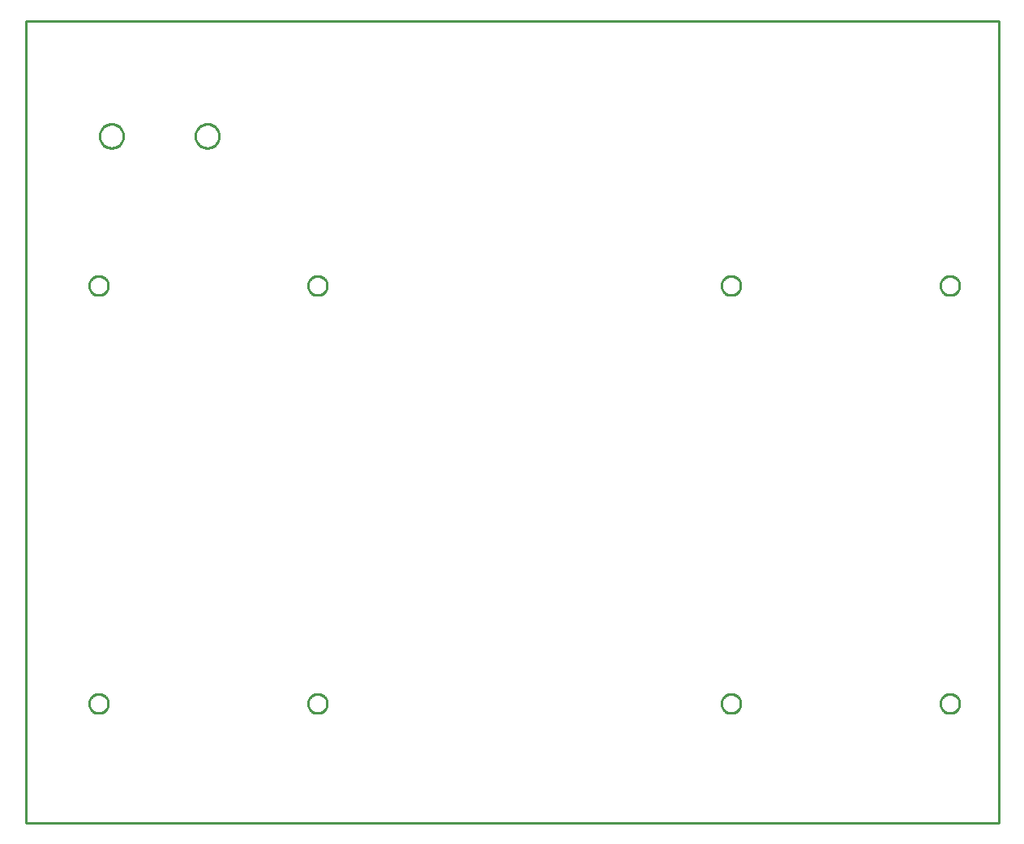
<source format=gbr>
G04 EAGLE Gerber RS-274X export*
G75*
%MOMM*%
%FSLAX34Y34*%
%LPD*%
%IN*%
%IPPOS*%
%AMOC8*
5,1,8,0,0,1.08239X$1,22.5*%
G01*
%ADD10C,0.254000*%


D10*
X0Y0D02*
X1016000Y0D01*
X1016000Y838200D01*
X0Y838200D01*
X0Y0D01*
X75763Y551340D02*
X74894Y551416D01*
X74034Y551568D01*
X73190Y551794D01*
X72370Y552092D01*
X71578Y552461D01*
X70822Y552898D01*
X70107Y553399D01*
X69438Y553960D01*
X68820Y554578D01*
X68259Y555247D01*
X67758Y555962D01*
X67321Y556718D01*
X66952Y557510D01*
X66654Y558330D01*
X66428Y559174D01*
X66276Y560034D01*
X66200Y560903D01*
X66200Y561777D01*
X66276Y562647D01*
X66428Y563506D01*
X66654Y564350D01*
X66952Y565170D01*
X67321Y565962D01*
X67758Y566718D01*
X68259Y567433D01*
X68820Y568102D01*
X69438Y568720D01*
X70107Y569281D01*
X70822Y569782D01*
X71578Y570219D01*
X72370Y570588D01*
X73190Y570886D01*
X74034Y571112D01*
X74894Y571264D01*
X75763Y571340D01*
X76637Y571340D01*
X77507Y571264D01*
X78366Y571112D01*
X79210Y570886D01*
X80030Y570588D01*
X80822Y570219D01*
X81578Y569782D01*
X82293Y569281D01*
X82962Y568720D01*
X83580Y568102D01*
X84141Y567433D01*
X84642Y566718D01*
X85079Y565962D01*
X85448Y565170D01*
X85746Y564350D01*
X85972Y563506D01*
X86124Y562647D01*
X86200Y561777D01*
X86200Y560903D01*
X86124Y560034D01*
X85972Y559174D01*
X85746Y558330D01*
X85448Y557510D01*
X85079Y556718D01*
X84642Y555962D01*
X84141Y555247D01*
X83580Y554578D01*
X82962Y553960D01*
X82293Y553399D01*
X81578Y552898D01*
X80822Y552461D01*
X80030Y552092D01*
X79210Y551794D01*
X78366Y551568D01*
X77507Y551416D01*
X76637Y551340D01*
X75763Y551340D01*
X75763Y114460D02*
X74894Y114536D01*
X74034Y114688D01*
X73190Y114914D01*
X72370Y115212D01*
X71578Y115581D01*
X70822Y116018D01*
X70107Y116519D01*
X69438Y117080D01*
X68820Y117698D01*
X68259Y118367D01*
X67758Y119082D01*
X67321Y119838D01*
X66952Y120630D01*
X66654Y121450D01*
X66428Y122294D01*
X66276Y123154D01*
X66200Y124023D01*
X66200Y124897D01*
X66276Y125767D01*
X66428Y126626D01*
X66654Y127470D01*
X66952Y128290D01*
X67321Y129082D01*
X67758Y129838D01*
X68259Y130553D01*
X68820Y131222D01*
X69438Y131840D01*
X70107Y132401D01*
X70822Y132902D01*
X71578Y133339D01*
X72370Y133708D01*
X73190Y134006D01*
X74034Y134232D01*
X74894Y134384D01*
X75763Y134460D01*
X76637Y134460D01*
X77507Y134384D01*
X78366Y134232D01*
X79210Y134006D01*
X80030Y133708D01*
X80822Y133339D01*
X81578Y132902D01*
X82293Y132401D01*
X82962Y131840D01*
X83580Y131222D01*
X84141Y130553D01*
X84642Y129838D01*
X85079Y129082D01*
X85448Y128290D01*
X85746Y127470D01*
X85972Y126626D01*
X86124Y125767D01*
X86200Y124897D01*
X86200Y124023D01*
X86124Y123154D01*
X85972Y122294D01*
X85746Y121450D01*
X85448Y120630D01*
X85079Y119838D01*
X84642Y119082D01*
X84141Y118367D01*
X83580Y117698D01*
X82962Y117080D01*
X82293Y116519D01*
X81578Y116018D01*
X80822Y115581D01*
X80030Y115212D01*
X79210Y114914D01*
X78366Y114688D01*
X77507Y114536D01*
X76637Y114460D01*
X75763Y114460D01*
X304363Y551340D02*
X303494Y551416D01*
X302634Y551568D01*
X301790Y551794D01*
X300970Y552092D01*
X300178Y552461D01*
X299422Y552898D01*
X298707Y553399D01*
X298038Y553960D01*
X297420Y554578D01*
X296859Y555247D01*
X296358Y555962D01*
X295921Y556718D01*
X295552Y557510D01*
X295254Y558330D01*
X295028Y559174D01*
X294876Y560034D01*
X294800Y560903D01*
X294800Y561777D01*
X294876Y562647D01*
X295028Y563506D01*
X295254Y564350D01*
X295552Y565170D01*
X295921Y565962D01*
X296358Y566718D01*
X296859Y567433D01*
X297420Y568102D01*
X298038Y568720D01*
X298707Y569281D01*
X299422Y569782D01*
X300178Y570219D01*
X300970Y570588D01*
X301790Y570886D01*
X302634Y571112D01*
X303494Y571264D01*
X304363Y571340D01*
X305237Y571340D01*
X306107Y571264D01*
X306966Y571112D01*
X307810Y570886D01*
X308630Y570588D01*
X309422Y570219D01*
X310178Y569782D01*
X310893Y569281D01*
X311562Y568720D01*
X312180Y568102D01*
X312741Y567433D01*
X313242Y566718D01*
X313679Y565962D01*
X314048Y565170D01*
X314346Y564350D01*
X314572Y563506D01*
X314724Y562647D01*
X314800Y561777D01*
X314800Y560903D01*
X314724Y560034D01*
X314572Y559174D01*
X314346Y558330D01*
X314048Y557510D01*
X313679Y556718D01*
X313242Y555962D01*
X312741Y555247D01*
X312180Y554578D01*
X311562Y553960D01*
X310893Y553399D01*
X310178Y552898D01*
X309422Y552461D01*
X308630Y552092D01*
X307810Y551794D01*
X306966Y551568D01*
X306107Y551416D01*
X305237Y551340D01*
X304363Y551340D01*
X304363Y114460D02*
X303494Y114536D01*
X302634Y114688D01*
X301790Y114914D01*
X300970Y115212D01*
X300178Y115581D01*
X299422Y116018D01*
X298707Y116519D01*
X298038Y117080D01*
X297420Y117698D01*
X296859Y118367D01*
X296358Y119082D01*
X295921Y119838D01*
X295552Y120630D01*
X295254Y121450D01*
X295028Y122294D01*
X294876Y123154D01*
X294800Y124023D01*
X294800Y124897D01*
X294876Y125767D01*
X295028Y126626D01*
X295254Y127470D01*
X295552Y128290D01*
X295921Y129082D01*
X296358Y129838D01*
X296859Y130553D01*
X297420Y131222D01*
X298038Y131840D01*
X298707Y132401D01*
X299422Y132902D01*
X300178Y133339D01*
X300970Y133708D01*
X301790Y134006D01*
X302634Y134232D01*
X303494Y134384D01*
X304363Y134460D01*
X305237Y134460D01*
X306107Y134384D01*
X306966Y134232D01*
X307810Y134006D01*
X308630Y133708D01*
X309422Y133339D01*
X310178Y132902D01*
X310893Y132401D01*
X311562Y131840D01*
X312180Y131222D01*
X312741Y130553D01*
X313242Y129838D01*
X313679Y129082D01*
X314048Y128290D01*
X314346Y127470D01*
X314572Y126626D01*
X314724Y125767D01*
X314800Y124897D01*
X314800Y124023D01*
X314724Y123154D01*
X314572Y122294D01*
X314346Y121450D01*
X314048Y120630D01*
X313679Y119838D01*
X313242Y119082D01*
X312741Y118367D01*
X312180Y117698D01*
X311562Y117080D01*
X310893Y116519D01*
X310178Y116018D01*
X309422Y115581D01*
X308630Y115212D01*
X307810Y114914D01*
X306966Y114688D01*
X306107Y114536D01*
X305237Y114460D01*
X304363Y114460D01*
X102200Y717209D02*
X102123Y716230D01*
X101969Y715260D01*
X101740Y714304D01*
X101436Y713370D01*
X101061Y712463D01*
X100615Y711588D01*
X100101Y710750D01*
X99524Y709955D01*
X98886Y709208D01*
X98192Y708514D01*
X97445Y707876D01*
X96650Y707299D01*
X95812Y706785D01*
X94937Y706339D01*
X94030Y705964D01*
X93096Y705660D01*
X92141Y705431D01*
X91170Y705277D01*
X90191Y705200D01*
X89209Y705200D01*
X88230Y705277D01*
X87260Y705431D01*
X86304Y705660D01*
X85370Y705964D01*
X84463Y706339D01*
X83588Y706785D01*
X82750Y707299D01*
X81955Y707876D01*
X81208Y708514D01*
X80514Y709208D01*
X79876Y709955D01*
X79299Y710750D01*
X78785Y711588D01*
X78339Y712463D01*
X77964Y713370D01*
X77660Y714304D01*
X77431Y715260D01*
X77277Y716230D01*
X77200Y717209D01*
X77200Y718191D01*
X77277Y719170D01*
X77431Y720141D01*
X77660Y721096D01*
X77964Y722030D01*
X78339Y722937D01*
X78785Y723812D01*
X79299Y724650D01*
X79876Y725445D01*
X80514Y726192D01*
X81208Y726886D01*
X81955Y727524D01*
X82750Y728101D01*
X83588Y728615D01*
X84463Y729061D01*
X85370Y729436D01*
X86304Y729740D01*
X87260Y729969D01*
X88230Y730123D01*
X89209Y730200D01*
X90191Y730200D01*
X91170Y730123D01*
X92141Y729969D01*
X93096Y729740D01*
X94030Y729436D01*
X94937Y729061D01*
X95812Y728615D01*
X96650Y728101D01*
X97445Y727524D01*
X98192Y726886D01*
X98886Y726192D01*
X99524Y725445D01*
X100101Y724650D01*
X100615Y723812D01*
X101061Y722937D01*
X101436Y722030D01*
X101740Y721096D01*
X101969Y720141D01*
X102123Y719170D01*
X102200Y718191D01*
X102200Y717209D01*
X202200Y717209D02*
X202123Y716230D01*
X201969Y715260D01*
X201740Y714304D01*
X201436Y713370D01*
X201061Y712463D01*
X200615Y711588D01*
X200101Y710750D01*
X199524Y709955D01*
X198886Y709208D01*
X198192Y708514D01*
X197445Y707876D01*
X196650Y707299D01*
X195812Y706785D01*
X194937Y706339D01*
X194030Y705964D01*
X193096Y705660D01*
X192141Y705431D01*
X191170Y705277D01*
X190191Y705200D01*
X189209Y705200D01*
X188230Y705277D01*
X187260Y705431D01*
X186304Y705660D01*
X185370Y705964D01*
X184463Y706339D01*
X183588Y706785D01*
X182750Y707299D01*
X181955Y707876D01*
X181208Y708514D01*
X180514Y709208D01*
X179876Y709955D01*
X179299Y710750D01*
X178785Y711588D01*
X178339Y712463D01*
X177964Y713370D01*
X177660Y714304D01*
X177431Y715260D01*
X177277Y716230D01*
X177200Y717209D01*
X177200Y718191D01*
X177277Y719170D01*
X177431Y720141D01*
X177660Y721096D01*
X177964Y722030D01*
X178339Y722937D01*
X178785Y723812D01*
X179299Y724650D01*
X179876Y725445D01*
X180514Y726192D01*
X181208Y726886D01*
X181955Y727524D01*
X182750Y728101D01*
X183588Y728615D01*
X184463Y729061D01*
X185370Y729436D01*
X186304Y729740D01*
X187260Y729969D01*
X188230Y730123D01*
X189209Y730200D01*
X190191Y730200D01*
X191170Y730123D01*
X192141Y729969D01*
X193096Y729740D01*
X194030Y729436D01*
X194937Y729061D01*
X195812Y728615D01*
X196650Y728101D01*
X197445Y727524D01*
X198192Y726886D01*
X198886Y726192D01*
X199524Y725445D01*
X200101Y724650D01*
X200615Y723812D01*
X201061Y722937D01*
X201436Y722030D01*
X201740Y721096D01*
X201969Y720141D01*
X202123Y719170D01*
X202200Y718191D01*
X202200Y717209D01*
X965637Y134460D02*
X966507Y134384D01*
X967366Y134232D01*
X968210Y134006D01*
X969030Y133708D01*
X969822Y133339D01*
X970578Y132902D01*
X971293Y132401D01*
X971962Y131840D01*
X972580Y131222D01*
X973141Y130553D01*
X973642Y129838D01*
X974079Y129082D01*
X974448Y128290D01*
X974746Y127470D01*
X974972Y126626D01*
X975124Y125767D01*
X975200Y124897D01*
X975200Y124023D01*
X975124Y123154D01*
X974972Y122294D01*
X974746Y121450D01*
X974448Y120630D01*
X974079Y119838D01*
X973642Y119082D01*
X973141Y118367D01*
X972580Y117698D01*
X971962Y117080D01*
X971293Y116519D01*
X970578Y116018D01*
X969822Y115581D01*
X969030Y115212D01*
X968210Y114914D01*
X967366Y114688D01*
X966507Y114536D01*
X965637Y114460D01*
X964763Y114460D01*
X963894Y114536D01*
X963034Y114688D01*
X962190Y114914D01*
X961370Y115212D01*
X960578Y115581D01*
X959822Y116018D01*
X959107Y116519D01*
X958438Y117080D01*
X957820Y117698D01*
X957259Y118367D01*
X956758Y119082D01*
X956321Y119838D01*
X955952Y120630D01*
X955654Y121450D01*
X955428Y122294D01*
X955276Y123154D01*
X955200Y124023D01*
X955200Y124897D01*
X955276Y125767D01*
X955428Y126626D01*
X955654Y127470D01*
X955952Y128290D01*
X956321Y129082D01*
X956758Y129838D01*
X957259Y130553D01*
X957820Y131222D01*
X958438Y131840D01*
X959107Y132401D01*
X959822Y132902D01*
X960578Y133339D01*
X961370Y133708D01*
X962190Y134006D01*
X963034Y134232D01*
X963894Y134384D01*
X964763Y134460D01*
X965637Y134460D01*
X965637Y571340D02*
X966507Y571264D01*
X967366Y571112D01*
X968210Y570886D01*
X969030Y570588D01*
X969822Y570219D01*
X970578Y569782D01*
X971293Y569281D01*
X971962Y568720D01*
X972580Y568102D01*
X973141Y567433D01*
X973642Y566718D01*
X974079Y565962D01*
X974448Y565170D01*
X974746Y564350D01*
X974972Y563506D01*
X975124Y562647D01*
X975200Y561777D01*
X975200Y560903D01*
X975124Y560034D01*
X974972Y559174D01*
X974746Y558330D01*
X974448Y557510D01*
X974079Y556718D01*
X973642Y555962D01*
X973141Y555247D01*
X972580Y554578D01*
X971962Y553960D01*
X971293Y553399D01*
X970578Y552898D01*
X969822Y552461D01*
X969030Y552092D01*
X968210Y551794D01*
X967366Y551568D01*
X966507Y551416D01*
X965637Y551340D01*
X964763Y551340D01*
X963894Y551416D01*
X963034Y551568D01*
X962190Y551794D01*
X961370Y552092D01*
X960578Y552461D01*
X959822Y552898D01*
X959107Y553399D01*
X958438Y553960D01*
X957820Y554578D01*
X957259Y555247D01*
X956758Y555962D01*
X956321Y556718D01*
X955952Y557510D01*
X955654Y558330D01*
X955428Y559174D01*
X955276Y560034D01*
X955200Y560903D01*
X955200Y561777D01*
X955276Y562647D01*
X955428Y563506D01*
X955654Y564350D01*
X955952Y565170D01*
X956321Y565962D01*
X956758Y566718D01*
X957259Y567433D01*
X957820Y568102D01*
X958438Y568720D01*
X959107Y569281D01*
X959822Y569782D01*
X960578Y570219D01*
X961370Y570588D01*
X962190Y570886D01*
X963034Y571112D01*
X963894Y571264D01*
X964763Y571340D01*
X965637Y571340D01*
X737037Y134460D02*
X737907Y134384D01*
X738766Y134232D01*
X739610Y134006D01*
X740430Y133708D01*
X741222Y133339D01*
X741978Y132902D01*
X742693Y132401D01*
X743362Y131840D01*
X743980Y131222D01*
X744541Y130553D01*
X745042Y129838D01*
X745479Y129082D01*
X745848Y128290D01*
X746146Y127470D01*
X746372Y126626D01*
X746524Y125767D01*
X746600Y124897D01*
X746600Y124023D01*
X746524Y123154D01*
X746372Y122294D01*
X746146Y121450D01*
X745848Y120630D01*
X745479Y119838D01*
X745042Y119082D01*
X744541Y118367D01*
X743980Y117698D01*
X743362Y117080D01*
X742693Y116519D01*
X741978Y116018D01*
X741222Y115581D01*
X740430Y115212D01*
X739610Y114914D01*
X738766Y114688D01*
X737907Y114536D01*
X737037Y114460D01*
X736163Y114460D01*
X735294Y114536D01*
X734434Y114688D01*
X733590Y114914D01*
X732770Y115212D01*
X731978Y115581D01*
X731222Y116018D01*
X730507Y116519D01*
X729838Y117080D01*
X729220Y117698D01*
X728659Y118367D01*
X728158Y119082D01*
X727721Y119838D01*
X727352Y120630D01*
X727054Y121450D01*
X726828Y122294D01*
X726676Y123154D01*
X726600Y124023D01*
X726600Y124897D01*
X726676Y125767D01*
X726828Y126626D01*
X727054Y127470D01*
X727352Y128290D01*
X727721Y129082D01*
X728158Y129838D01*
X728659Y130553D01*
X729220Y131222D01*
X729838Y131840D01*
X730507Y132401D01*
X731222Y132902D01*
X731978Y133339D01*
X732770Y133708D01*
X733590Y134006D01*
X734434Y134232D01*
X735294Y134384D01*
X736163Y134460D01*
X737037Y134460D01*
X737037Y571340D02*
X737907Y571264D01*
X738766Y571112D01*
X739610Y570886D01*
X740430Y570588D01*
X741222Y570219D01*
X741978Y569782D01*
X742693Y569281D01*
X743362Y568720D01*
X743980Y568102D01*
X744541Y567433D01*
X745042Y566718D01*
X745479Y565962D01*
X745848Y565170D01*
X746146Y564350D01*
X746372Y563506D01*
X746524Y562647D01*
X746600Y561777D01*
X746600Y560903D01*
X746524Y560034D01*
X746372Y559174D01*
X746146Y558330D01*
X745848Y557510D01*
X745479Y556718D01*
X745042Y555962D01*
X744541Y555247D01*
X743980Y554578D01*
X743362Y553960D01*
X742693Y553399D01*
X741978Y552898D01*
X741222Y552461D01*
X740430Y552092D01*
X739610Y551794D01*
X738766Y551568D01*
X737907Y551416D01*
X737037Y551340D01*
X736163Y551340D01*
X735294Y551416D01*
X734434Y551568D01*
X733590Y551794D01*
X732770Y552092D01*
X731978Y552461D01*
X731222Y552898D01*
X730507Y553399D01*
X729838Y553960D01*
X729220Y554578D01*
X728659Y555247D01*
X728158Y555962D01*
X727721Y556718D01*
X727352Y557510D01*
X727054Y558330D01*
X726828Y559174D01*
X726676Y560034D01*
X726600Y560903D01*
X726600Y561777D01*
X726676Y562647D01*
X726828Y563506D01*
X727054Y564350D01*
X727352Y565170D01*
X727721Y565962D01*
X728158Y566718D01*
X728659Y567433D01*
X729220Y568102D01*
X729838Y568720D01*
X730507Y569281D01*
X731222Y569782D01*
X731978Y570219D01*
X732770Y570588D01*
X733590Y570886D01*
X734434Y571112D01*
X735294Y571264D01*
X736163Y571340D01*
X737037Y571340D01*
M02*

</source>
